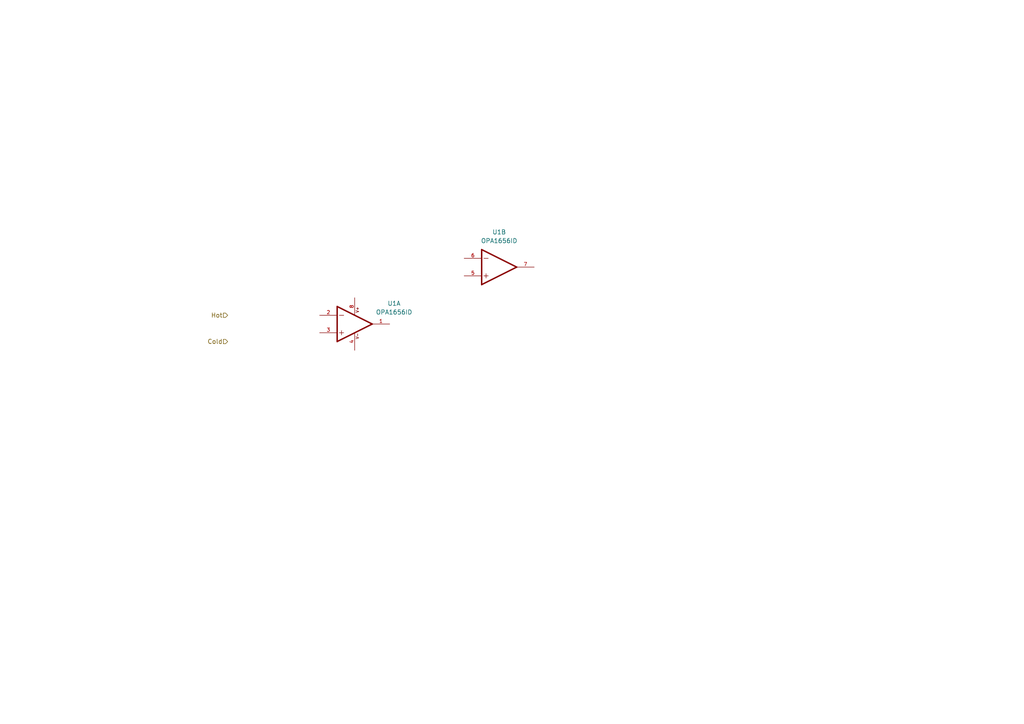
<source format=kicad_sch>
(kicad_sch (version 20250114) (generator "eeschema") (generator_version "9.0")
  (paper "A4")
  (title_block (title "Mic Pre Amp") (date "2025-04-03") (rev "0.1") (company "Sounds Like Tim"))
  (lib_symbols
    (symbol "OPA1656ID:OPA1656ID" (pin_names (offset 1.016))
      (property "Reference" "U" (at 5.08 3.175 0))
      (property "Value" "OPA1656ID" (at 5.08 -5.08 0))
      (symbol "OPA1656ID_1_0"
        (polyline (pts (xy -2.54 5.08) (xy -2.54 -5.08)) (stroke (width 0.4064)))
        (polyline (pts (xy -2.54 -5.08) (xy 7.62 0)) (stroke (width 0.4064)))
        (polyline (pts (xy -1.905 2.54) (xy -0.635 2.54)) (stroke (width 0.1524)))
        (polyline (pts (xy -1.905 -2.54) (xy -0.635 -2.54)) (stroke (width 0.1524)))
        (polyline (pts (xy -1.27 -1.905) (xy -1.27 -3.175)) (stroke (width 0.1524)))
        (polyline (pts (xy 7.62 0) (xy -2.54 5.08)) (stroke (width 0.4064)))
        (text "V+" (at 3.81 3.175 900) (effects (font (size 0.8128 0.8128)) (justify left bottom)))
        (text "V-" (at 3.81 -4.445 900) (effects (font (size 0.8128 0.8128)) (justify left bottom)))
        (pin input line (at -7.62 2.54 0) (length 5.08) (name "~") (number "2"))
        (pin input line (at -7.62 -2.54 0) (length 5.08) (name "~") (number "3"))
        (pin power_in line (at 2.54 7.62 270) (length 5.08) (name "~") (number "8"))
        (pin power_in line (at 2.54 -7.62 90) (length 5.08) (name "~") (number "4"))
        (pin output line (at 12.7 0 180) (length 5.08) (name "~") (number "1"))
      )
      (symbol "OPA1656ID_2_0"
        (polyline (pts (xy -2.54 5.08) (xy -2.54 -5.08)) (stroke (width 0.4064)))
        (polyline (pts (xy -2.54 -5.08) (xy 7.62 0)) (stroke (width 0.4064)))
        (polyline (pts (xy -1.905 2.54) (xy -0.635 2.54)) (stroke (width 0.1524)))
        (polyline (pts (xy -1.905 -2.54) (xy -0.635 -2.54)) (stroke (width 0.1524)))
        (polyline (pts (xy -1.27 -1.905) (xy -1.27 -3.175)) (stroke (width 0.1524)))
        (polyline (pts (xy 7.62 0) (xy -2.54 5.08)) (stroke (width 0.4064)))
        (pin input line (at -7.62 2.54 0) (length 5.08) (name "~") (number "6"))
        (pin input line (at -7.62 -2.54 0) (length 5.08) (name "~") (number "5"))
        (pin output line (at 12.7 0 180) (length 5.08) (name "~") (number "7"))
      )
    )
  )
  (hierarchical_label "Hot" (shape input) (at 66.04 91.44 180))
  (hierarchical_label "Cold" (shape input) (at 66.04 99.06 180))
  (symbol (lib_id "OPA1656ID:OPA1656ID") (at 142.24 77.47 0) (unit 2)
    (property "Reference" "U1" (at 144.78 67.31 0))
    (property "Value" "OPA1656ID" (at 144.78 69.85 0))
    (property "Footprint" "OPA1656ID:SOIC127P599X175-8N" (effects (hide yes)))
    (property "MF" "Texas Instruments" (effects (hide yes)))
    (property "SNAPEDA_PACKAGE_ID" "10438" (effects (hide yes)))
    (property "Package" "SOIC-8 Texas Instruments" (effects (hide yes)))
    (property "Price" "None" (effects (hide yes)))
    (property "Check_prices" "https://www.snapeda.com/parts/OPA1656ID/Texas+Instruments/view-part/?ref=eda" (effects (hide yes)))
    (property "STANDARD" "IPC 7351B" (effects (hide yes)))
    (property "PARTREV" "C" (effects (hide yes)))
    (property "SnapEDA_Link" "https://www.snapeda.com/parts/OPA1656ID/Texas+Instruments/view-part/?ref=snap" (effects (hide yes)))
    (property "MP" "OPA1656ID" (effects (hide yes)))
    (property "Description_1" "\n                        \n                            SoundPlus™ ultra-low noise and distortion, Burr-Brown™ audio operational amplifier\n                        \n" (effects (hide yes)))
    (property "MANUFACTURER" "Texas Instruments" (effects (hide yes)))
    (property "Availability" "In Stock" (effects (hide yes)))
    (property "MAXIMUM_PACKAGE_HEIGHT" "1.75mm" (effects (hide yes)))
  )
  (symbol (lib_id "OPA1656ID:OPA1656ID") (at 100.33 93.98 0) (unit 1)
    (property "Reference" "U1" (at 114.3 88.0108 0))
    (property "Value" "OPA1656ID" (at 114.3 90.5508 0))
    (property "Footprint" "OPA1656ID:SOIC127P599X175-8N" (effects (hide yes)))
    (property "MF" "Texas Instruments" (effects (hide yes)))
    (property "SNAPEDA_PACKAGE_ID" "10438" (effects (hide yes)))
    (property "Package" "SOIC-8 Texas Instruments" (effects (hide yes)))
    (property "Price" "None" (effects (hide yes)))
    (property "Check_prices" "https://www.snapeda.com/parts/OPA1656ID/Texas+Instruments/view-part/?ref=eda" (effects (hide yes)))
    (property "STANDARD" "IPC 7351B" (effects (hide yes)))
    (property "PARTREV" "C" (effects (hide yes)))
    (property "SnapEDA_Link" "https://www.snapeda.com/parts/OPA1656ID/Texas+Instruments/view-part/?ref=snap" (effects (hide yes)))
    (property "MP" "OPA1656ID" (effects (hide yes)))
    (property "Description_1" "\n                        \n                            SoundPlus™ ultra-low noise and distortion, Burr-Brown™ audio operational amplifier\n                        \n" (effects (hide yes)))
    (property "MANUFACTURER" "Texas Instruments" (effects (hide yes)))
    (property "Availability" "In Stock" (effects (hide yes)))
    (property "MAXIMUM_PACKAGE_HEIGHT" "1.75mm" (effects (hide yes)))
  )
)
</source>
